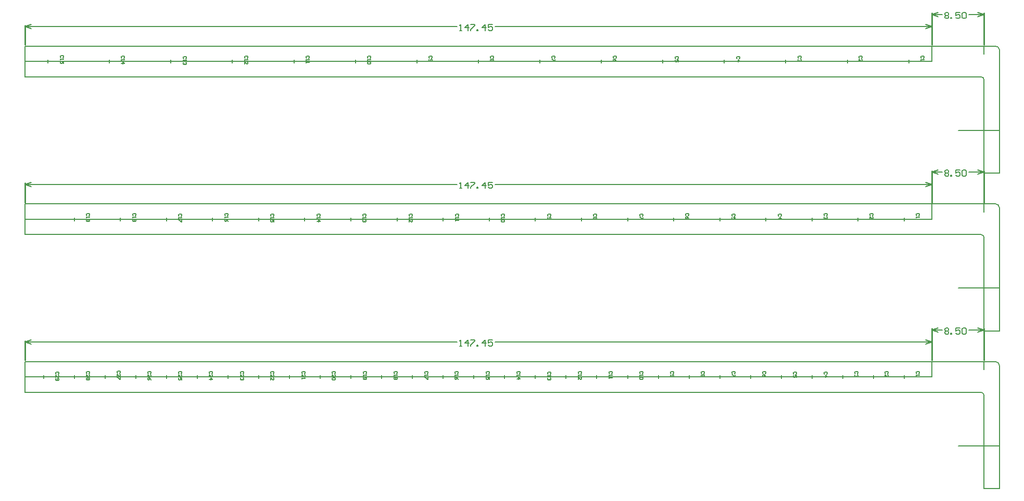
<source format=gm1>
G04*
G04 #@! TF.GenerationSoftware,Altium Limited,Altium Designer,19.0.12 (326)*
G04*
G04 Layer_Color=16711935*
%FSLAX44Y44*%
%MOMM*%
G71*
G01*
G75*
%ADD11C,0.2540*%
%ADD12C,0.1524*%
%ADD21C,0.1270*%
%ADD33C,0.1520*%
D11*
X1474500Y752788D02*
Y774600D01*
X1559500Y723155D02*
Y774600D01*
X0Y723155D02*
Y754788D01*
X1474500Y723155D02*
Y754788D01*
Y495788D02*
Y517600D01*
X1559500Y466155D02*
Y517600D01*
X0Y466155D02*
Y497788D01*
X1474500Y466155D02*
Y497788D01*
Y238788D02*
Y260600D01*
X1559500Y209155D02*
Y260600D01*
X0Y209155D02*
Y240788D01*
X1474500Y209155D02*
Y240788D01*
D12*
X1495442Y774408D02*
X1497108Y776074D01*
X1500440D01*
X1502106Y774408D01*
Y772742D01*
X1500440Y771076D01*
X1502106Y769410D01*
Y767744D01*
X1500440Y766078D01*
X1497108D01*
X1495442Y767744D01*
Y769410D01*
X1497108Y771076D01*
X1495442Y772742D01*
Y774408D01*
X1497108Y771076D02*
X1500440D01*
X1505438Y766078D02*
Y767744D01*
X1507105D01*
Y766078D01*
X1505438D01*
X1520434Y776074D02*
X1513769D01*
Y771076D01*
X1517101Y772742D01*
X1518767D01*
X1520434Y771076D01*
Y767744D01*
X1518767Y766078D01*
X1515435D01*
X1513769Y767744D01*
X1523766Y774408D02*
X1525432Y776074D01*
X1528764D01*
X1530430Y774408D01*
Y767744D01*
X1528764Y766078D01*
X1525432D01*
X1523766Y767744D01*
Y774408D01*
X706528Y746266D02*
X709860D01*
X708194D01*
Y756262D01*
X706528Y754596D01*
X719857Y746266D02*
Y756262D01*
X714859Y751264D01*
X721523D01*
X724855Y756262D02*
X731520D01*
Y754596D01*
X724855Y747932D01*
Y746266D01*
X734852D02*
Y747932D01*
X736518D01*
Y746266D01*
X734852D01*
X748181D02*
Y756262D01*
X743183Y751264D01*
X749847D01*
X759844Y756262D02*
X753179D01*
Y751264D01*
X756512Y752930D01*
X758178D01*
X759844Y751264D01*
Y747932D01*
X758178Y746266D01*
X754846D01*
X753179Y747932D01*
X1495442Y517408D02*
X1497108Y519074D01*
X1500440D01*
X1502106Y517408D01*
Y515742D01*
X1500440Y514076D01*
X1502106Y512410D01*
Y510744D01*
X1500440Y509078D01*
X1497108D01*
X1495442Y510744D01*
Y512410D01*
X1497108Y514076D01*
X1495442Y515742D01*
Y517408D01*
X1497108Y514076D02*
X1500440D01*
X1505438Y509078D02*
Y510744D01*
X1507105D01*
Y509078D01*
X1505438D01*
X1520434Y519074D02*
X1513769D01*
Y514076D01*
X1517101Y515742D01*
X1518767D01*
X1520434Y514076D01*
Y510744D01*
X1518767Y509078D01*
X1515435D01*
X1513769Y510744D01*
X1523766Y517408D02*
X1525432Y519074D01*
X1528764D01*
X1530430Y517408D01*
Y510744D01*
X1528764Y509078D01*
X1525432D01*
X1523766Y510744D01*
Y517408D01*
X706528Y489266D02*
X709860D01*
X708194D01*
Y499262D01*
X706528Y497596D01*
X719857Y489266D02*
Y499262D01*
X714859Y494264D01*
X721523D01*
X724855Y499262D02*
X731520D01*
Y497596D01*
X724855Y490932D01*
Y489266D01*
X734852D02*
Y490932D01*
X736518D01*
Y489266D01*
X734852D01*
X748181D02*
Y499262D01*
X743183Y494264D01*
X749847D01*
X759844Y499262D02*
X753179D01*
Y494264D01*
X756512Y495930D01*
X758178D01*
X759844Y494264D01*
Y490932D01*
X758178Y489266D01*
X754846D01*
X753179Y490932D01*
X1495442Y260408D02*
X1497108Y262074D01*
X1500440D01*
X1502106Y260408D01*
Y258742D01*
X1500440Y257076D01*
X1502106Y255410D01*
Y253744D01*
X1500440Y252078D01*
X1497108D01*
X1495442Y253744D01*
Y255410D01*
X1497108Y257076D01*
X1495442Y258742D01*
Y260408D01*
X1497108Y257076D02*
X1500440D01*
X1505438Y252078D02*
Y253744D01*
X1507105D01*
Y252078D01*
X1505438D01*
X1520434Y262074D02*
X1513769D01*
Y257076D01*
X1517101Y258742D01*
X1518767D01*
X1520434Y257076D01*
Y253744D01*
X1518767Y252078D01*
X1515435D01*
X1513769Y253744D01*
X1523766Y260408D02*
X1525432Y262074D01*
X1528764D01*
X1530430Y260408D01*
Y253744D01*
X1528764Y252078D01*
X1525432D01*
X1523766Y253744D01*
Y260408D01*
X706528Y232266D02*
X709860D01*
X708194D01*
Y242262D01*
X706528Y240596D01*
X719857Y232266D02*
Y242262D01*
X714859Y237264D01*
X721523D01*
X724855Y242262D02*
X731520D01*
Y240596D01*
X724855Y233932D01*
Y232266D01*
X734852D02*
Y233932D01*
X736518D01*
Y232266D01*
X734852D01*
X748181D02*
Y242262D01*
X743183Y237264D01*
X749847D01*
X759844Y242262D02*
X753179D01*
Y237264D01*
X756512Y238930D01*
X758178D01*
X759844Y237264D01*
Y233932D01*
X758178Y232266D01*
X754846D01*
X753179Y233932D01*
D21*
X362Y696000D02*
G03*
X254Y695892I0J-108D01*
G01*
X1437056Y693587D02*
Y698413D01*
Y693587D02*
Y698413D01*
Y693587D02*
Y698413D01*
Y693587D02*
Y698413D01*
Y693587D02*
Y698413D01*
X1237056Y693587D02*
Y698413D01*
X1137056Y693587D02*
Y698413D01*
X1037056Y693587D02*
Y698413D01*
X937056Y693587D02*
Y698413D01*
X837056Y693587D02*
Y698413D01*
X737056Y693587D02*
Y698413D01*
X637056Y693587D02*
Y698413D01*
X537056Y693587D02*
Y698413D01*
X437056Y693587D02*
Y698413D01*
X337056Y693587D02*
Y698413D01*
X237056Y693587D02*
Y698413D01*
X137056Y693587D02*
Y698413D01*
X37056Y693587D02*
Y698413D01*
X1337056Y693587D02*
Y698413D01*
X362Y696000D02*
X1474500D01*
X1518172Y584000D02*
X1584500D01*
X1337056Y693587D02*
Y698413D01*
Y693587D02*
Y698413D01*
Y693587D02*
Y698413D01*
Y693587D02*
Y698413D01*
X1559500Y707830D02*
Y721000D01*
X1474500Y696000D02*
Y721000D01*
X61862Y702178D02*
X62708Y703024D01*
Y704717D01*
X61862Y705564D01*
X58476D01*
X57630Y704717D01*
Y703024D01*
X58476Y702178D01*
X57630Y700485D02*
Y698792D01*
Y699639D01*
X62708D01*
X61862Y700485D01*
X62708Y692868D02*
Y696253D01*
X60169D01*
X61016Y694560D01*
Y693714D01*
X60169Y692868D01*
X58476D01*
X57630Y693714D01*
Y695407D01*
X58476Y696253D01*
X160956Y701314D02*
X161803Y702160D01*
Y703853D01*
X160956Y704700D01*
X157571D01*
X156724Y703853D01*
Y702160D01*
X157571Y701314D01*
X156724Y699621D02*
Y697928D01*
Y698775D01*
X161803D01*
X160956Y699621D01*
X156724Y692850D02*
X161803D01*
X159263Y695389D01*
Y692004D01*
X261100Y700631D02*
X261947Y701478D01*
Y703170D01*
X261100Y704017D01*
X257715D01*
X256868Y703170D01*
Y701478D01*
X257715Y700631D01*
X256868Y698939D02*
Y697246D01*
Y698092D01*
X261947D01*
X261100Y698939D01*
Y694707D02*
X261947Y693860D01*
Y692167D01*
X261100Y691321D01*
X260254D01*
X259407Y692167D01*
Y693014D01*
Y692167D01*
X258561Y691321D01*
X257715D01*
X256868Y692167D01*
Y693860D01*
X257715Y694707D01*
X561100Y701060D02*
X561946Y701907D01*
Y703600D01*
X561100Y704446D01*
X557714D01*
X556868Y703600D01*
Y701907D01*
X557714Y701060D01*
X556868Y699368D02*
Y697675D01*
Y698521D01*
X561946D01*
X561100Y699368D01*
Y695136D02*
X561946Y694289D01*
Y692597D01*
X561100Y691750D01*
X557714D01*
X556868Y692597D01*
Y694289D01*
X557714Y695136D01*
X561100D01*
X461018Y701315D02*
X461865Y702161D01*
Y703854D01*
X461018Y704700D01*
X457633D01*
X456786Y703854D01*
Y702161D01*
X457633Y701315D01*
X456786Y699622D02*
Y697929D01*
Y698776D01*
X461865D01*
X461018Y699622D01*
X456786Y695390D02*
Y693697D01*
Y694544D01*
X461865D01*
X461018Y695390D01*
X361100Y701187D02*
X361947Y702033D01*
Y703726D01*
X361100Y704573D01*
X357715D01*
X356868Y703726D01*
Y702033D01*
X357715Y701187D01*
X356868Y699494D02*
Y697801D01*
Y698648D01*
X361947D01*
X361100Y699494D01*
X356868Y691877D02*
Y695262D01*
X360254Y691877D01*
X361100D01*
X361947Y692723D01*
Y694416D01*
X361100Y695262D01*
X661100Y701015D02*
X661946Y701861D01*
Y703554D01*
X661100Y704400D01*
X657715D01*
X656868Y703554D01*
Y701861D01*
X657715Y701015D01*
Y699322D02*
X656868Y698475D01*
Y696783D01*
X657715Y695936D01*
X661100D01*
X661946Y696783D01*
Y698475D01*
X661100Y699322D01*
X660254D01*
X659407Y698475D01*
Y695936D01*
X760846Y701149D02*
X761693Y701995D01*
Y703688D01*
X760846Y704534D01*
X757461D01*
X756614Y703688D01*
Y701995D01*
X757461Y701149D01*
X760846Y699456D02*
X761693Y698609D01*
Y696917D01*
X760846Y696070D01*
X760000D01*
X759153Y696917D01*
X758307Y696070D01*
X757461D01*
X756614Y696917D01*
Y698609D01*
X757461Y699456D01*
X758307D01*
X759153Y698609D01*
X760000Y699456D01*
X760846D01*
X759153Y698609D02*
Y696917D01*
X860846Y701314D02*
X861693Y702161D01*
Y703854D01*
X860846Y704700D01*
X857461D01*
X856614Y703854D01*
Y702161D01*
X857461Y701314D01*
X861693Y699622D02*
Y696236D01*
X860846D01*
X857461Y699622D01*
X856614D01*
X1061100Y700807D02*
X1061947Y701653D01*
Y703346D01*
X1061100Y704192D01*
X1057715D01*
X1056868Y703346D01*
Y701653D01*
X1057715Y700807D01*
X1061947Y695728D02*
Y699114D01*
X1059408D01*
X1060254Y697421D01*
Y696575D01*
X1059408Y695728D01*
X1057715D01*
X1056868Y696575D01*
Y698267D01*
X1057715Y699114D01*
X960846Y701395D02*
X961693Y702241D01*
Y703934D01*
X960846Y704780D01*
X957461D01*
X956614Y703934D01*
Y702241D01*
X957461Y701395D01*
X961693Y696316D02*
X960846Y698009D01*
X959154Y699702D01*
X957461D01*
X956614Y698855D01*
Y697163D01*
X957461Y696316D01*
X958307D01*
X959154Y697163D01*
Y699702D01*
X1161226Y700632D02*
X1162072Y701479D01*
Y703172D01*
X1161226Y704018D01*
X1157840D01*
X1156994Y703172D01*
Y701479D01*
X1157840Y700632D01*
X1156994Y696400D02*
X1162072D01*
X1159533Y698940D01*
Y695554D01*
X1260846Y701568D02*
X1261692Y702415D01*
Y704108D01*
X1260846Y704954D01*
X1257460D01*
X1256614Y704108D01*
Y702415D01*
X1257460Y701568D01*
X1260846Y699876D02*
X1261692Y699029D01*
Y697337D01*
X1260846Y696490D01*
X1260000D01*
X1259153Y697337D01*
Y698183D01*
Y697337D01*
X1258307Y696490D01*
X1257460D01*
X1256614Y697337D01*
Y699029D01*
X1257460Y699876D01*
X1360380Y701395D02*
X1361227Y702241D01*
Y703934D01*
X1360380Y704780D01*
X1356995D01*
X1356148Y703934D01*
Y702241D01*
X1356995Y701395D01*
X1356148Y696316D02*
Y699702D01*
X1359534Y696316D01*
X1360380D01*
X1361227Y697163D01*
Y698855D01*
X1360380Y699702D01*
X1460846Y701395D02*
X1461693Y702241D01*
Y703934D01*
X1460846Y704780D01*
X1457461D01*
X1456614Y703934D01*
Y702241D01*
X1457461Y701395D01*
X1456614Y699702D02*
Y698009D01*
Y698855D01*
X1461693D01*
X1460846Y699702D01*
X362Y439000D02*
G03*
X254Y438892I0J-108D01*
G01*
X1354766Y436587D02*
Y441413D01*
Y436587D02*
Y441413D01*
Y436587D02*
Y441413D01*
Y436587D02*
Y441413D01*
X1279766Y436587D02*
Y441413D01*
Y436587D02*
Y441413D01*
Y436587D02*
Y441413D01*
Y436587D02*
Y441413D01*
X1204766Y436587D02*
Y441413D01*
Y436587D02*
Y441413D01*
Y436587D02*
Y441413D01*
Y436587D02*
Y441413D01*
X1129766Y436587D02*
Y441413D01*
Y436587D02*
Y441413D01*
Y436587D02*
Y441413D01*
Y436587D02*
Y441413D01*
X1054766Y436587D02*
Y441413D01*
Y436587D02*
Y441413D01*
Y436587D02*
Y441413D01*
Y436587D02*
Y441413D01*
X979766Y436587D02*
Y441413D01*
Y436587D02*
Y441413D01*
Y436587D02*
Y441413D01*
Y436587D02*
Y441413D01*
X904766Y436587D02*
Y441413D01*
Y436587D02*
Y441413D01*
Y436587D02*
Y441413D01*
Y436587D02*
Y441413D01*
X829766Y436587D02*
Y441413D01*
Y436587D02*
Y441413D01*
Y436587D02*
Y441413D01*
Y436587D02*
Y441413D01*
X754766Y436587D02*
Y441413D01*
Y436587D02*
Y441413D01*
Y436587D02*
Y441413D01*
Y436587D02*
Y441413D01*
X679766Y436587D02*
Y441413D01*
Y436587D02*
Y441413D01*
Y436587D02*
Y441413D01*
Y436587D02*
Y441413D01*
X604766Y436587D02*
Y441413D01*
Y436587D02*
Y441413D01*
Y436587D02*
Y441413D01*
Y436587D02*
Y441413D01*
X529766Y436587D02*
Y441413D01*
Y436587D02*
Y441413D01*
Y436587D02*
Y441413D01*
Y436587D02*
Y441413D01*
X454766Y436587D02*
Y441413D01*
Y436587D02*
Y441413D01*
Y436587D02*
Y441413D01*
Y436587D02*
Y441413D01*
X379766Y436587D02*
Y441413D01*
Y436587D02*
Y441413D01*
Y436587D02*
Y441413D01*
Y436587D02*
Y441413D01*
X304766Y436587D02*
Y441413D01*
Y436587D02*
Y441413D01*
Y436587D02*
Y441413D01*
Y436587D02*
Y441413D01*
X229766Y436587D02*
Y441413D01*
Y436587D02*
Y441413D01*
Y436587D02*
Y441413D01*
Y436587D02*
Y441413D01*
X154766Y436587D02*
Y441413D01*
Y436587D02*
Y441413D01*
Y436587D02*
Y441413D01*
Y436587D02*
Y441413D01*
X79766Y436587D02*
Y441413D01*
Y436587D02*
Y441413D01*
Y436587D02*
Y441413D01*
Y436587D02*
Y441413D01*
X1429766Y436587D02*
Y441413D01*
Y436587D02*
Y441413D01*
Y436587D02*
Y441413D01*
Y436587D02*
Y441413D01*
X1518172Y327000D02*
X1584500D01*
X1429766Y436587D02*
Y441413D01*
Y436587D02*
Y441413D01*
Y436587D02*
Y441413D01*
Y436587D02*
Y441413D01*
X362Y439000D02*
X1474500D01*
X1559500Y450830D02*
Y464000D01*
X1474500Y439000D02*
Y464000D01*
X103920Y444689D02*
X104767Y445535D01*
Y447228D01*
X103920Y448074D01*
X100535D01*
X99688Y447228D01*
Y445535D01*
X100535Y444689D01*
X99688Y442996D02*
Y441303D01*
Y442149D01*
X104767D01*
X103920Y442996D01*
X100535Y438764D02*
X99688Y437917D01*
Y436225D01*
X100535Y435378D01*
X103920D01*
X104767Y436225D01*
Y437917D01*
X103920Y438764D01*
X103074D01*
X102227Y437917D01*
Y435378D01*
X178810Y444448D02*
X179656Y445295D01*
Y446988D01*
X178810Y447834D01*
X175424D01*
X174578Y446988D01*
Y445295D01*
X175424Y444448D01*
X174578Y442756D02*
Y441063D01*
Y441909D01*
X179656D01*
X178810Y442756D01*
Y438524D02*
X179656Y437677D01*
Y435984D01*
X178810Y435138D01*
X177964D01*
X177117Y435984D01*
X176271Y435138D01*
X175424D01*
X174578Y435984D01*
Y437677D01*
X175424Y438524D01*
X176271D01*
X177117Y437677D01*
X177964Y438524D01*
X178810D01*
X177117Y437677D02*
Y435984D01*
X253810Y444314D02*
X254656Y445161D01*
Y446854D01*
X253810Y447700D01*
X250424D01*
X249578Y446854D01*
Y445161D01*
X250424Y444314D01*
X249578Y442622D02*
Y440929D01*
Y441775D01*
X254656D01*
X253810Y442622D01*
X254656Y438390D02*
Y435004D01*
X253810D01*
X250424Y438390D01*
X249578D01*
X328650Y444702D02*
X329497Y445549D01*
Y447242D01*
X328650Y448088D01*
X325265D01*
X324418Y447242D01*
Y445549D01*
X325265Y444702D01*
X324418Y443010D02*
Y441317D01*
Y442163D01*
X329497D01*
X328650Y443010D01*
X329497Y435392D02*
X328650Y437085D01*
X326958Y438778D01*
X325265D01*
X324418Y437931D01*
Y436239D01*
X325265Y435392D01*
X326111D01*
X326958Y436239D01*
Y438778D01*
X403810Y444314D02*
X404656Y445161D01*
Y446854D01*
X403810Y447700D01*
X400424D01*
X399578Y446854D01*
Y445161D01*
X400424Y444314D01*
X399578Y442622D02*
Y440929D01*
Y441775D01*
X404656D01*
X403810Y442622D01*
X404656Y435004D02*
Y438390D01*
X402117D01*
X402963Y436697D01*
Y435850D01*
X402117Y435004D01*
X400424D01*
X399578Y435850D01*
Y437543D01*
X400424Y438390D01*
X478666Y444313D02*
X479512Y445160D01*
Y446853D01*
X478666Y447699D01*
X475280D01*
X474434Y446853D01*
Y445160D01*
X475280Y444313D01*
X474434Y442621D02*
Y440928D01*
Y441774D01*
X479512D01*
X478666Y442621D01*
X474434Y435849D02*
X479512D01*
X476973Y438389D01*
Y435003D01*
X553810Y443631D02*
X554656Y444478D01*
Y446170D01*
X553810Y447017D01*
X550424D01*
X549578Y446170D01*
Y444478D01*
X550424Y443631D01*
X549578Y441938D02*
Y440246D01*
Y441092D01*
X554656D01*
X553810Y441938D01*
Y437706D02*
X554656Y436860D01*
Y435167D01*
X553810Y434321D01*
X552963D01*
X552117Y435167D01*
Y436014D01*
Y435167D01*
X551271Y434321D01*
X550424D01*
X549578Y435167D01*
Y436860D01*
X550424Y437706D01*
X778810Y444060D02*
X779656Y444907D01*
Y446600D01*
X778810Y447446D01*
X775424D01*
X774578Y446600D01*
Y444907D01*
X775424Y444060D01*
X774578Y442368D02*
Y440675D01*
Y441521D01*
X779656D01*
X778810Y442368D01*
Y438136D02*
X779656Y437289D01*
Y435597D01*
X778810Y434750D01*
X775424D01*
X774578Y435597D01*
Y437289D01*
X775424Y438136D01*
X778810D01*
X703728Y444314D02*
X704574Y445161D01*
Y446854D01*
X703728Y447700D01*
X700342D01*
X699496Y446854D01*
Y445161D01*
X700342Y444314D01*
X699496Y442622D02*
Y440929D01*
Y441775D01*
X704574D01*
X703728Y442622D01*
X699496Y438390D02*
Y436697D01*
Y437543D01*
X704574D01*
X703728Y438390D01*
X628810Y444186D02*
X629656Y445033D01*
Y446726D01*
X628810Y447572D01*
X625424D01*
X624578Y446726D01*
Y445033D01*
X625424Y444186D01*
X624578Y442494D02*
Y440801D01*
Y441647D01*
X629656D01*
X628810Y442494D01*
X624578Y434876D02*
Y438262D01*
X627964Y434876D01*
X628810D01*
X629656Y435723D01*
Y437415D01*
X628810Y438262D01*
X853810Y444014D02*
X854656Y444861D01*
Y446554D01*
X853810Y447400D01*
X850424D01*
X849578Y446554D01*
Y444861D01*
X850424Y444014D01*
Y442322D02*
X849578Y441475D01*
Y439782D01*
X850424Y438936D01*
X853810D01*
X854656Y439782D01*
Y441475D01*
X853810Y442322D01*
X852963D01*
X852117Y441475D01*
Y438936D01*
X928556Y444148D02*
X929402Y444995D01*
Y446688D01*
X928556Y447534D01*
X925170D01*
X924324Y446688D01*
Y444995D01*
X925170Y444148D01*
X928556Y442456D02*
X929402Y441609D01*
Y439916D01*
X928556Y439070D01*
X927710D01*
X926863Y439916D01*
X926017Y439070D01*
X925170D01*
X924324Y439916D01*
Y441609D01*
X925170Y442456D01*
X926017D01*
X926863Y441609D01*
X927710Y442456D01*
X928556D01*
X926863Y441609D02*
Y439916D01*
X1003556Y444314D02*
X1004402Y445161D01*
Y446854D01*
X1003556Y447700D01*
X1000170D01*
X999324Y446854D01*
Y445161D01*
X1000170Y444314D01*
X1004402Y442622D02*
Y439236D01*
X1003556D01*
X1000170Y442622D01*
X999324D01*
X1153836Y443807D02*
X1154683Y444653D01*
Y446346D01*
X1153836Y447192D01*
X1150451D01*
X1149604Y446346D01*
Y444653D01*
X1150451Y443807D01*
X1154683Y438728D02*
Y442114D01*
X1152143D01*
X1152990Y440421D01*
Y439575D01*
X1152143Y438728D01*
X1150451D01*
X1149604Y439575D01*
Y441267D01*
X1150451Y442114D01*
X1078556Y444394D02*
X1079402Y445241D01*
Y446934D01*
X1078556Y447780D01*
X1075170D01*
X1074324Y446934D01*
Y445241D01*
X1075170Y444394D01*
X1079402Y439316D02*
X1078556Y441009D01*
X1076863Y442702D01*
X1075170D01*
X1074324Y441855D01*
Y440162D01*
X1075170Y439316D01*
X1076017D01*
X1076863Y440162D01*
Y442702D01*
X1228936Y443632D02*
X1229782Y444479D01*
Y446172D01*
X1228936Y447018D01*
X1225550D01*
X1224704Y446172D01*
Y444479D01*
X1225550Y443632D01*
X1224704Y439400D02*
X1229782D01*
X1227243Y441940D01*
Y438554D01*
X1303556Y444568D02*
X1304402Y445415D01*
Y447108D01*
X1303556Y447954D01*
X1300170D01*
X1299324Y447108D01*
Y445415D01*
X1300170Y444568D01*
X1303556Y442876D02*
X1304402Y442029D01*
Y440336D01*
X1303556Y439490D01*
X1302710D01*
X1301863Y440336D01*
Y441183D01*
Y440336D01*
X1301017Y439490D01*
X1300170D01*
X1299324Y440336D01*
Y442029D01*
X1300170Y442876D01*
X1378090Y444394D02*
X1378936Y445241D01*
Y446934D01*
X1378090Y447780D01*
X1374704D01*
X1373858Y446934D01*
Y445241D01*
X1374704Y444394D01*
X1373858Y439316D02*
Y442702D01*
X1377244Y439316D01*
X1378090D01*
X1378936Y440162D01*
Y441855D01*
X1378090Y442702D01*
X1453556Y444394D02*
X1454402Y445241D01*
Y446934D01*
X1453556Y447780D01*
X1450170D01*
X1449324Y446934D01*
Y445241D01*
X1450170Y444394D01*
X1449324Y442702D02*
Y441009D01*
Y441855D01*
X1454402D01*
X1453556Y442702D01*
X362Y182000D02*
G03*
X254Y181892I0J-108D01*
G01*
X1518172Y70000D02*
X1584500D01*
X1379766Y179587D02*
Y184413D01*
X1329766Y179587D02*
Y184413D01*
X1279766Y179587D02*
Y184413D01*
X1229766Y179587D02*
Y184413D01*
X1179766Y179587D02*
Y184413D01*
X1129766Y179587D02*
Y184413D01*
X1079766Y179587D02*
Y184413D01*
X1029766Y179587D02*
Y184413D01*
X979766Y179587D02*
Y184413D01*
X929766Y179587D02*
Y184413D01*
X879766Y179587D02*
Y184413D01*
X829766Y179587D02*
Y184413D01*
X779766Y179587D02*
Y184413D01*
X729766Y179587D02*
Y184413D01*
X679766Y179587D02*
Y184413D01*
X629766Y179587D02*
Y184413D01*
X579766Y179587D02*
Y184413D01*
X529766Y179587D02*
Y184413D01*
X479766Y179587D02*
Y184413D01*
X429766Y179587D02*
Y184413D01*
X379766Y179587D02*
Y184413D01*
X329766Y179587D02*
Y184413D01*
X279766Y179587D02*
Y184413D01*
X229766Y179587D02*
Y184413D01*
X179766Y179587D02*
Y184413D01*
X129766Y179587D02*
Y184413D01*
X79766Y179587D02*
Y184413D01*
X29766Y179587D02*
Y184413D01*
X1429766Y179587D02*
Y184413D01*
Y179587D02*
Y184413D01*
Y179587D02*
Y184413D01*
Y179587D02*
Y184413D01*
X362Y182000D02*
X1474500D01*
X1559500Y193830D02*
Y207000D01*
X1474500Y182000D02*
Y207000D01*
X253880Y187260D02*
X254726Y188107D01*
Y189800D01*
X253880Y190646D01*
X250494D01*
X249648Y189800D01*
Y188107D01*
X250494Y187260D01*
X249648Y182182D02*
Y185568D01*
X253034Y182182D01*
X253880D01*
X254726Y183028D01*
Y184721D01*
X253880Y185568D01*
X254726Y177104D02*
Y180489D01*
X252187D01*
X253034Y178797D01*
Y177950D01*
X252187Y177104D01*
X250494D01*
X249648Y177950D01*
Y179643D01*
X250494Y180489D01*
X203892Y187451D02*
X204739Y188297D01*
Y189990D01*
X203892Y190836D01*
X200506D01*
X199660Y189990D01*
Y188297D01*
X200506Y187451D01*
X199660Y182372D02*
Y185758D01*
X203046Y182372D01*
X203892D01*
X204739Y183219D01*
Y184911D01*
X203892Y185758D01*
X204739Y177294D02*
X203892Y178987D01*
X202199Y180679D01*
X200506D01*
X199660Y179833D01*
Y178140D01*
X200506Y177294D01*
X201353D01*
X202199Y178140D01*
Y180679D01*
X153920Y187782D02*
X154766Y188629D01*
Y190322D01*
X153920Y191168D01*
X150534D01*
X149688Y190322D01*
Y188629D01*
X150534Y187782D01*
X149688Y182704D02*
Y186090D01*
X153074Y182704D01*
X153920D01*
X154766Y183550D01*
Y185243D01*
X153920Y186090D01*
X154766Y181011D02*
Y177626D01*
X153920D01*
X150534Y181011D01*
X149688D01*
X103982Y187649D02*
X104829Y188495D01*
Y190188D01*
X103982Y191034D01*
X100597D01*
X99750Y190188D01*
Y188495D01*
X100597Y187649D01*
X99750Y182570D02*
Y185956D01*
X103136Y182570D01*
X103982D01*
X104829Y183417D01*
Y185110D01*
X103982Y185956D01*
Y180877D02*
X104829Y180031D01*
Y178338D01*
X103982Y177492D01*
X103136D01*
X102289Y178338D01*
X101443Y177492D01*
X100597D01*
X99750Y178338D01*
Y180031D01*
X100597Y180877D01*
X101443D01*
X102289Y180031D01*
X103136Y180877D01*
X103982D01*
X102289Y180031D02*
Y178338D01*
X53920Y186895D02*
X54767Y187741D01*
Y189434D01*
X53920Y190280D01*
X50535D01*
X49688Y189434D01*
Y187741D01*
X50535Y186895D01*
X49688Y181816D02*
Y185202D01*
X53074Y181816D01*
X53920D01*
X54767Y182663D01*
Y184355D01*
X53920Y185202D01*
X50535Y180124D02*
X49688Y179277D01*
Y177584D01*
X50535Y176738D01*
X53920D01*
X54767Y177584D01*
Y179277D01*
X53920Y180124D01*
X53074D01*
X52227Y179277D01*
Y176738D01*
X503810Y187314D02*
X504656Y188161D01*
Y189854D01*
X503810Y190700D01*
X500424D01*
X499578Y189854D01*
Y188161D01*
X500424Y187314D01*
X499578Y182236D02*
Y185622D01*
X502963Y182236D01*
X503810D01*
X504656Y183083D01*
Y184775D01*
X503810Y185622D01*
Y180543D02*
X504656Y179697D01*
Y178004D01*
X503810Y177158D01*
X500424D01*
X499578Y178004D01*
Y179697D01*
X500424Y180543D01*
X503810D01*
X553920Y187688D02*
X554766Y188535D01*
Y190228D01*
X553920Y191074D01*
X550534D01*
X549688Y190228D01*
Y188535D01*
X550534Y187688D01*
X549688Y185996D02*
Y184303D01*
Y185149D01*
X554766D01*
X553920Y185996D01*
X550534Y181764D02*
X549688Y180917D01*
Y179224D01*
X550534Y178378D01*
X553920D01*
X554766Y179224D01*
Y180917D01*
X553920Y181764D01*
X553074D01*
X552227Y180917D01*
Y178378D01*
X303810Y187180D02*
X304656Y188027D01*
Y189720D01*
X303810Y190566D01*
X300424D01*
X299578Y189720D01*
Y188027D01*
X300424Y187180D01*
X299578Y182102D02*
Y185488D01*
X302964Y182102D01*
X303810D01*
X304656Y182948D01*
Y184641D01*
X303810Y185488D01*
X299578Y177870D02*
X304656D01*
X302117Y180409D01*
Y177024D01*
X354064Y187688D02*
X354910Y188535D01*
Y190228D01*
X354064Y191074D01*
X350678D01*
X349832Y190228D01*
Y188535D01*
X350678Y187688D01*
X349832Y182610D02*
Y185996D01*
X353218Y182610D01*
X354064D01*
X354910Y183456D01*
Y185149D01*
X354064Y185996D01*
Y180917D02*
X354910Y180071D01*
Y178378D01*
X354064Y177532D01*
X353218D01*
X352371Y178378D01*
Y179224D01*
Y178378D01*
X351525Y177532D01*
X350678D01*
X349832Y178378D01*
Y180071D01*
X350678Y180917D01*
X403874Y187220D02*
X404720Y188067D01*
Y189760D01*
X403874Y190606D01*
X400488D01*
X399642Y189760D01*
Y188067D01*
X400488Y187220D01*
X399642Y182142D02*
Y185528D01*
X403027Y182142D01*
X403874D01*
X404720Y182988D01*
Y184681D01*
X403874Y185528D01*
X399642Y177064D02*
Y180449D01*
X403027Y177064D01*
X403874D01*
X404720Y177910D01*
Y179603D01*
X403874Y180449D01*
X454064Y187193D02*
X454910Y188040D01*
Y189733D01*
X454064Y190579D01*
X450678D01*
X449832Y189733D01*
Y188040D01*
X450678Y187193D01*
X449832Y182115D02*
Y185501D01*
X453218Y182115D01*
X454064D01*
X454910Y182962D01*
Y184654D01*
X454064Y185501D01*
X449832Y180422D02*
Y178729D01*
Y179576D01*
X454910D01*
X454064Y180422D01*
X603810Y187449D02*
X604657Y188295D01*
Y189988D01*
X603810Y190834D01*
X600425D01*
X599578Y189988D01*
Y188295D01*
X600425Y187449D01*
X599578Y185756D02*
Y184063D01*
Y184909D01*
X604657D01*
X603810Y185756D01*
Y181524D02*
X604657Y180678D01*
Y178985D01*
X603810Y178138D01*
X602964D01*
X602118Y178985D01*
X601271Y178138D01*
X600425D01*
X599578Y178985D01*
Y180678D01*
X600425Y181524D01*
X601271D01*
X602118Y180678D01*
X602964Y181524D01*
X603810D01*
X602118Y180678D02*
Y178985D01*
X653810Y187314D02*
X654656Y188161D01*
Y189854D01*
X653810Y190700D01*
X650424D01*
X649578Y189854D01*
Y188161D01*
X650424Y187314D01*
X649578Y185622D02*
Y183929D01*
Y184775D01*
X654656D01*
X653810Y185622D01*
X654656Y181390D02*
Y178004D01*
X653810D01*
X650424Y181390D01*
X649578D01*
X703651Y187703D02*
X704497Y188549D01*
Y190242D01*
X703651Y191088D01*
X700265D01*
X699418Y190242D01*
Y188549D01*
X700265Y187703D01*
X699418Y186010D02*
Y184317D01*
Y185163D01*
X704497D01*
X703651Y186010D01*
X704497Y178392D02*
X703651Y180085D01*
X701958Y181778D01*
X700265D01*
X699418Y180931D01*
Y179239D01*
X700265Y178392D01*
X701111D01*
X701958Y179239D01*
Y181778D01*
X753786Y187314D02*
X754632Y188161D01*
Y189854D01*
X753786Y190700D01*
X750400D01*
X749554Y189854D01*
Y188161D01*
X750400Y187314D01*
X749554Y185622D02*
Y183929D01*
Y184775D01*
X754632D01*
X753786Y185622D01*
X754632Y178004D02*
Y181390D01*
X752093D01*
X752940Y179697D01*
Y178850D01*
X752093Y178004D01*
X750400D01*
X749554Y178850D01*
Y180543D01*
X750400Y181390D01*
X803680Y187314D02*
X804527Y188160D01*
Y189853D01*
X803680Y190699D01*
X800295D01*
X799448Y189853D01*
Y188160D01*
X800295Y187314D01*
X799448Y185621D02*
Y183928D01*
Y184774D01*
X804527D01*
X803680Y185621D01*
X799448Y178850D02*
X804527D01*
X801987Y181389D01*
Y178003D01*
X853810Y186631D02*
X854657Y187478D01*
Y189171D01*
X853810Y190017D01*
X850425D01*
X849578Y189171D01*
Y187478D01*
X850425Y186631D01*
X849578Y184939D02*
Y183246D01*
Y184092D01*
X854657D01*
X853810Y184939D01*
Y180707D02*
X854657Y179860D01*
Y178167D01*
X853810Y177321D01*
X852964D01*
X852117Y178167D01*
Y179014D01*
Y178167D01*
X851271Y177321D01*
X850425D01*
X849578Y178167D01*
Y179860D01*
X850425Y180707D01*
X1003810Y187060D02*
X1004656Y187907D01*
Y189600D01*
X1003810Y190446D01*
X1000424D01*
X999578Y189600D01*
Y187907D01*
X1000424Y187060D01*
X999578Y185368D02*
Y183675D01*
Y184521D01*
X1004656D01*
X1003810Y185368D01*
Y181136D02*
X1004656Y180289D01*
Y178596D01*
X1003810Y177750D01*
X1000424D01*
X999578Y178596D01*
Y180289D01*
X1000424Y181136D01*
X1003810D01*
X953728Y187315D02*
X954575Y188161D01*
Y189854D01*
X953728Y190700D01*
X950343D01*
X949496Y189854D01*
Y188161D01*
X950343Y187315D01*
X949496Y185622D02*
Y183929D01*
Y184775D01*
X954575D01*
X953728Y185622D01*
X949496Y181390D02*
Y179697D01*
Y180543D01*
X954575D01*
X953728Y181390D01*
X903810Y187186D02*
X904656Y188033D01*
Y189726D01*
X903810Y190572D01*
X900424D01*
X899578Y189726D01*
Y188033D01*
X900424Y187186D01*
X899578Y185494D02*
Y183801D01*
Y184647D01*
X904656D01*
X903810Y185494D01*
X899578Y177876D02*
Y181262D01*
X902963Y177876D01*
X903810D01*
X904656Y178722D01*
Y180415D01*
X903810Y181262D01*
X1053810Y187015D02*
X1054657Y187861D01*
Y189554D01*
X1053810Y190400D01*
X1050425D01*
X1049578Y189554D01*
Y187861D01*
X1050425Y187015D01*
Y185322D02*
X1049578Y184475D01*
Y182783D01*
X1050425Y181936D01*
X1053810D01*
X1054657Y182783D01*
Y184475D01*
X1053810Y185322D01*
X1052964D01*
X1052117Y184475D01*
Y181936D01*
X1103556Y187148D02*
X1104402Y187995D01*
Y189688D01*
X1103556Y190534D01*
X1100170D01*
X1099324Y189688D01*
Y187995D01*
X1100170Y187148D01*
X1103556Y185456D02*
X1104402Y184609D01*
Y182916D01*
X1103556Y182070D01*
X1102710D01*
X1101863Y182916D01*
X1101017Y182070D01*
X1100170D01*
X1099324Y182916D01*
Y184609D01*
X1100170Y185456D01*
X1101017D01*
X1101863Y184609D01*
X1102710Y185456D01*
X1103556D01*
X1101863Y184609D02*
Y182916D01*
X1153556Y187314D02*
X1154402Y188161D01*
Y189854D01*
X1153556Y190700D01*
X1150170D01*
X1149324Y189854D01*
Y188161D01*
X1150170Y187314D01*
X1154402Y185622D02*
Y182236D01*
X1153556D01*
X1150170Y185622D01*
X1149324D01*
X1253810Y186806D02*
X1254656Y187653D01*
Y189346D01*
X1253810Y190192D01*
X1250424D01*
X1249578Y189346D01*
Y187653D01*
X1250424Y186806D01*
X1254656Y181728D02*
Y185114D01*
X1252117D01*
X1252964Y183421D01*
Y182575D01*
X1252117Y181728D01*
X1250424D01*
X1249578Y182575D01*
Y184267D01*
X1250424Y185114D01*
X1203556Y187394D02*
X1204402Y188241D01*
Y189934D01*
X1203556Y190780D01*
X1200170D01*
X1199324Y189934D01*
Y188241D01*
X1200170Y187394D01*
X1204402Y182316D02*
X1203556Y184009D01*
X1201863Y185702D01*
X1200170D01*
X1199324Y184855D01*
Y183162D01*
X1200170Y182316D01*
X1201017D01*
X1201863Y183162D01*
Y185702D01*
X1303936Y186632D02*
X1304782Y187479D01*
Y189172D01*
X1303936Y190018D01*
X1300550D01*
X1299704Y189172D01*
Y187479D01*
X1300550Y186632D01*
X1299704Y182400D02*
X1304782D01*
X1302243Y184940D01*
Y181554D01*
X1353556Y187568D02*
X1354402Y188415D01*
Y190108D01*
X1353556Y190954D01*
X1350170D01*
X1349324Y190108D01*
Y188415D01*
X1350170Y187568D01*
X1353556Y185876D02*
X1354402Y185029D01*
Y183337D01*
X1353556Y182490D01*
X1352710D01*
X1351863Y183337D01*
Y184183D01*
Y183337D01*
X1351017Y182490D01*
X1350170D01*
X1349324Y183337D01*
Y185029D01*
X1350170Y185876D01*
X1403052Y187394D02*
X1403898Y188241D01*
Y189934D01*
X1403052Y190780D01*
X1399666D01*
X1398820Y189934D01*
Y188241D01*
X1399666Y187394D01*
X1398820Y182316D02*
Y185702D01*
X1402206Y182316D01*
X1403052D01*
X1403898Y183162D01*
Y184855D01*
X1403052Y185702D01*
X1453556Y187394D02*
X1454402Y188241D01*
Y189934D01*
X1453556Y190780D01*
X1450170D01*
X1449324Y189934D01*
Y188241D01*
X1450170Y187394D01*
X1449324Y185702D02*
Y184009D01*
Y184855D01*
X1454402D01*
X1453556Y185702D01*
X1559500Y666000D02*
G03*
X1554500Y671000I-5000J0D01*
G01*
X1584500Y714640D02*
G03*
X1578140Y721000I-6360J0D01*
G01*
X0Y671000D02*
Y721000D01*
Y671000D02*
X1554500D01*
X0Y721000D02*
X1474500D01*
X1559500D01*
Y514000D02*
Y666000D01*
X1554500Y671000D02*
X1554500D01*
X1559500Y721000D02*
X1578140D01*
X1584500Y514000D02*
Y714640D01*
X1559500Y514000D02*
X1584500D01*
X1559500Y409000D02*
G03*
X1554500Y414000I-5000J0D01*
G01*
X1584500Y457640D02*
G03*
X1578140Y464000I-6360J0D01*
G01*
X0Y414000D02*
Y464000D01*
Y414000D02*
X1554500D01*
X0Y464000D02*
X1474500D01*
X1559500D01*
Y257000D02*
Y409000D01*
X1554500Y414000D02*
X1554500D01*
X1559500Y464000D02*
X1578140D01*
X1584500Y257000D02*
Y457640D01*
X1559500Y257000D02*
X1584500D01*
X1559500Y152000D02*
G03*
X1554500Y157000I-5000J0D01*
G01*
X1584500Y200640D02*
G03*
X1578140Y207000I-6360J0D01*
G01*
X0Y157000D02*
Y207000D01*
Y157000D02*
X1554500D01*
X0Y207000D02*
X1474500D01*
X1559500D01*
Y0D02*
Y152000D01*
X1554500Y157000D02*
X1554500D01*
X1559500Y207000D02*
X1578140D01*
X1584500Y0D02*
Y200640D01*
X1559500Y0D02*
X1584500D01*
D33*
X1474500Y772600D02*
X1484500Y775933D01*
X1474500Y772600D02*
X1484500Y769267D01*
X1549500D02*
X1559500Y772600D01*
X1549500Y775933D02*
X1559500Y772600D01*
X1474500D02*
X1491378D01*
X1534494D02*
X1559500D01*
X0Y752788D02*
X10000Y756121D01*
X0Y752788D02*
X10000Y749455D01*
X1464500D02*
X1474500Y752788D01*
X1464500Y756121D02*
X1474500Y752788D01*
X0D02*
X702464D01*
X763908D02*
X1474500D01*
Y515600D02*
X1484500Y518933D01*
X1474500Y515600D02*
X1484500Y512267D01*
X1549500D02*
X1559500Y515600D01*
X1549500Y518933D02*
X1559500Y515600D01*
X1474500D02*
X1491378D01*
X1534494D02*
X1559500D01*
X0Y495788D02*
X10000Y499121D01*
X0Y495788D02*
X10000Y492455D01*
X1464500D02*
X1474500Y495788D01*
X1464500Y499121D02*
X1474500Y495788D01*
X0D02*
X702464D01*
X763908D02*
X1474500D01*
Y258600D02*
X1484500Y261933D01*
X1474500Y258600D02*
X1484500Y255267D01*
X1549500D02*
X1559500Y258600D01*
X1549500Y261933D02*
X1559500Y258600D01*
X1474500D02*
X1491378D01*
X1534494D02*
X1559500D01*
X0Y238788D02*
X10000Y242121D01*
X0Y238788D02*
X10000Y235455D01*
X1464500D02*
X1474500Y238788D01*
X1464500Y242121D02*
X1474500Y238788D01*
X0D02*
X702464D01*
X763908D02*
X1474500D01*
M02*

</source>
